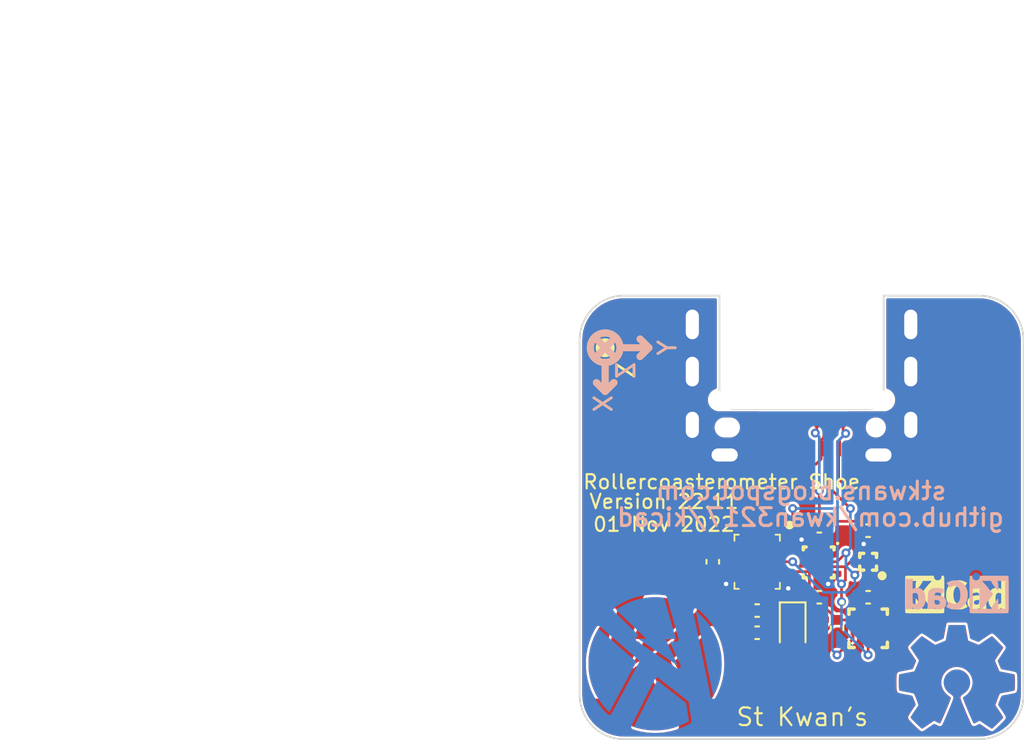
<source format=kicad_pcb>
(kicad_pcb (version 20211014) (generator pcbnew)
  (title_block (date "2022-10-07"))
  (layers (0 "F.Cu" signal) (31 "B.Cu" signal) (34 "B.Paste" user) (35 "F.Paste" user) (36 "B.SilkS" user "B.Silkscreen") (37 "F.SilkS" user "F.Silkscreen") (38 "B.Mask" user) (39 "F.Mask" user) (44 "Edge.Cuts" user))
  (net 0 "")
  (net 1 "unconnected-(J302-PadA4)")
  (net 6 "/USB+ Cable/Q_INT2")
  (net 11 "/USB+ Cable/Q_INT3")
  (net 15 "/Q_GND")
  (net 16 "/Q_1V8")
  (net 17 "/Q_SCL_1V8")
  (net 18 "/Q_SHOE_INT")
  (net 19 "/Q_SDA_1V8")
  (net 21 "/Shoe/ICM Shoe/INT2{slash}FSYNC{slash}CLKIN")
  (net 23 "/Shoe/BMM Mag/INT")
  (net 24 "/Shoe/DRDY_BMM")
  (net 25 "/Shoe/DRDY_BMP")
  (footprint "KwanSystems:BMP384" (layer "F.Cu") (at 178.308 125.73 90)
    (fp_text reference "U1901" hide)
    (fp_text value "BMP384")
  )
  (footprint "Capacitor_SMD:C_0402_1005Metric" (layer "F.Cu") (at 175.514 119.888 180)
    (fp_text reference "C1722" hide)
    (fp_text value "100nF" hide)
  )
  (footprint "KwanSystems:QFN50P300X250X97-14N" (layer "F.Cu") (at 171.958 121.92 -90)
    (fp_text reference "U1601" hide)
    (fp_text value "ICM-42688")
  )
  (footprint "KwanSystems:OSHW-Symbol_6.7x6mm_SolderMask" (layer "F.Cu") (at 183.388 128.524)
    (fp_text reference "G1506" hide)
    (fp_text value "OSHW" hide)
  )
  (footprint "Capacitor_SMD:C_0402_1005Metric" (layer "F.Cu") (at 175.514 123.952)
    (fp_text reference "C1755" hide)
    (fp_text value "100nF" hide)
  )
  (footprint "KwanSystems:AK09918C" (layer "F.Cu") (at 178.308 121.92)
    (fp_text reference "U1801" hide)
    (fp_text value "AK09918")
  )
  (footprint "Capacitor_SMD:C_0402_1005Metric" (layer "F.Cu") (at 169.418 121.92 -90)
    (fp_text reference "C1605" hide)
    (fp_text value "10nF" hide)
  )
  (footprint "KwanSystems:USB_C_Amphenol_MidMount_with_cutout" (layer "F.Cu") (at 174.498 106.68 180)
    (fp_text reference "J302" hide)
    (fp_text value "USB_C_Receptacle")
    (fp_line (start 3.8354 -6.477) (end 0 -6.477) (layer "Edge.Cuts") (width 0.1))
    (fp_line (start 4.699 0) (end 7 0) (layer "Edge.Cuts") (width 0.1))
    (fp_line (start -4.699 -5.6134) (end -4.699 0) (layer "Edge.Cuts") (width 0.1))
    (fp_line (start -4.699 0) (end -7 0) (layer "Edge.Cuts") (width 0.1))
    (fp_line (start 0 -6.477) (end -3.8354 -6.477) (layer "Edge.Cuts") (width 0.1))
    (fp_line (start 4.699 0) (end 4.699 -5.6134) (layer "Edge.Cuts") (width 0.1))
    (fp_arc (start 3.8354 -6.477) (mid 4.446057 -6.224057) (end 4.699 -5.6134) (layer "Edge.Cuts") (width 0.1))
    (fp_arc (start -4.699 -5.6134) (mid -4.446057 -6.224057) (end -3.8354 -6.477) (layer "Edge.Cuts") (width 0.1))
  )
  (footprint "KwanSystems:BMM150" (layer "F.Cu") (at 175.514 121.92)
    (fp_text reference "U1701" hide)
    (fp_text value "BMM150")
  )
  (footprint "Capacitor_SMD:C_0402_1005Metric" (layer "F.Cu") (at 178.308 123.952)
    (fp_text reference "C1910" hide)
    (fp_text value "100nF" hide)
  )
  (footprint "KwanSystems:Axis" (layer "F.Cu") (at 163.258264 109.664264 -90)
    (fp_text reference "G1501" hide)
    (fp_text value "Axis" hide)
  )
  (footprint "KwanSystems:Symbol_KiCAD-Logo_CopperAndSilkScreenTop_small" (layer "F.Cu") (at 183.388 123.698)
    (fp_text reference "G1503" hide)
    (fp_text value "DesignedWithKicad" hide)
  )
  (footprint "Capacitor_SMD:C_0402_1005Metric" (layer "F.Cu") (at 176.53 125.73 -90)
    (fp_text reference "C1901" hide)
    (fp_text value "100nF" hide)
  )
  (footprint "Capacitor_SMD:C_0402_1005Metric" (layer "F.Cu") (at 171.958 124.714)
    (fp_text reference "C1608" hide)
    (fp_text value "100nF" hide)
  )
  (footprint "KwanSystems:StKwansSoldermask" (layer "F.Cu") (at 166.116 127.762)
    (fp_text reference "G1505" hide)
    (fp_text value "KwanSystems" hide)
  )
  (footprint "LED_SMD:LED_0603_1608Metric" (layer "F.Cu") (at 173.99 125.73 -90)
    (fp_text reference "D302" hide)
    (fp_text value "RED" hide)
  )
  (footprint "Capacitor_SMD:C_0402_1005Metric" (layer "F.Cu") (at 178.308 120.142 180)
    (fp_text reference "C1811" hide)
    (fp_text value "100nF" hide)
  )
  (footprint "Capacitor_SMD:C_0402_1005Metric" (layer "F.Cu") (at 171.958 125.984)
    (fp_text reference "C1606" hide)
    (fp_text value "2.2uF" hide)
  )
  (footprint "KwanSystems:Symbol_KiCAD-Logo_CopperAndSilkScreenTop_small" (layer "B.Cu") (at 183.388 123.698 180)
    (fp_text reference "G1507" hide)
    (fp_text value "DesignedWithKicad" hide)
  )
  (footprint "KwanSystems:StKwansSoldermask" (layer "B.Cu") (at 166.116 127.762 180)
    (fp_text reference "G1502" hide)
    (fp_text value "KwanSystems" hide)
  )
  (footprint "KwanSystems:OSHW-Symbol_6.7x6mm_SolderMask" (layer "B.Cu") (at 183.388 128.524 180)
    (fp_text reference "G1504" hide)
    (fp_text value "OSHW" hide)
  )
  (gr_line (start 164.338 106.68) (end 167.498 106.68) (layer "Edge.Cuts") (width 0.1))
  (gr_arc (start 184.658 106.68) (mid 186.454051 107.423949) (end 187.198 109.22) (layer "Edge.Cuts") (width 0.1))
  (gr_line (start 184.658 132.08) (end 164.338 132.08) (layer "Edge.Cuts") (width 0.1))
  (gr_line (start 161.798 129.54) (end 161.798 109.22) (layer "Edge.Cuts") (width 0.1))
  (gr_arc (start 161.798 109.22) (mid 162.541949 107.423949) (end 164.338 106.68) (layer "Edge.Cuts") (width 0.1))
  (gr_line (start 187.198 109.22) (end 187.198 129.54) (layer "Edge.Cuts") (width 0.1))
  (gr_line (start 181.498 106.68) (end 184.658 106.68) (layer "Edge.Cuts") (width 0.1))
  (gr_arc (start 164.338 132.08) (mid 162.541949 131.336051) (end 161.798 129.54) (layer "Edge.Cuts") (width 0.1))
  (gr_arc (start 187.198 129.54) (mid 186.454051 131.336051) (end 184.658 132.08) (layer "Edge.Cuts") (width 0.1))
  (gr_text "Rollercoasterometer Shoe" (at 169.926 117.348) (layer "F.SilkS") (effects (font (size 0.8128 0.8128) (thickness 0.127))))
  (gr_text "Version 22.11\n01 Nov 2022" (at 166.624 119.126) (layer "F.SilkS") (effects (font (size 0.8128 0.8128) (thickness 0.127))))
  (segment (start 173.123 115.973) (end 173.482 116.332) (width 0.1524) (layer "F.Cu") (net 1))
  (segment (start 175.623 114.953) (end 175.768 114.808) (width 0.1524) (layer "F.Cu") (net 1))
  (segment (start 175.623 115.43) (end 175.623 114.953) (width 0.1524) (layer "F.Cu") (net 1))
  (segment (start 173.482 116.332) (end 175.3234 116.332) (width 0.1524) (layer "F.Cu") (net 1))
  (segment (start 173.123 115.43) (end 173.123 114.913) (width 0.1524) (layer "F.Cu") (net 1))
  (segment (start 175.3234 116.332) (end 175.623 116.0324) (width 0.1524) (layer "F.Cu") (net 1))
  (segment (start 175.623 116.0324) (end 175.623 115.43) (width 0.1524) (layer "F.Cu") (net 1))
  (segment (start 173.123 115.43) (end 173.123 115.973) (width 0.1524) (layer "F.Cu") (net 1))
  (segment (start 175.873 113.83) (end 175.768 113.935) (width 0.1524) (layer "F.Cu") (net 1))
  (segment (start 173.373 114.663) (end 173.373 113.83) (width 0.1524) (layer "F.Cu") (net 1))
  (segment (start 175.768 113.935) (end 175.768 114.808) (width 0.1524) (layer "F.Cu") (net 1))
  (segment (start 173.123 114.913) (end 173.373 114.663) (width 0.1524) (layer "F.Cu") (net 1))
  (via (at 176.022 123.19) (size 0.508) (drill 0.254) (layers "F.Cu" "B.Cu") (net 15))
  (via (at 174.498 120.65) (size 0.508) (drill 0.254) (layers "F.Cu" "B.Cu") (net 15))
  (via (at 170.18 123.19) (size 0.508) (drill 0.254) (layers "F.Cu" "B.Cu") (net 15))
  (via (at 173.736 123.444) (size 0.508) (drill 0.254) (layers "F.Cu" "B.Cu") (net 15))
  (via (at 178.054 120.904) (size 0.508) (drill 0.254) (layers "F.Cu" "B.Cu") (net 15))
  (segment (start 175.514 117.856) (end 175.514 119.408) (width 0.1524) (layer "F.Cu") (net 16))
  (segment (start 178.24988 118.81388) (end 178.24988 119.60388) (width 0.1524) (layer "F.Cu") (net 16))
  (segment (start 177.808 124.9725) (end 177.808 123.972) (width 0.1524) (layer "F.Cu") (net 16))
  (segment (start 176.08 121.354) (end 176.08 119.974) (width 0.1524) (layer "F.Cu") (net 16))
  (segment (start 179.324 122.456) (end 179.832 122.964) (width 0.1524) (layer "F.Cu") (net 16))
  (segment (start 177.808 123.972) (end 177.828 123.952) (width 0.1524) (layer "F.Cu") (net 16))
  (segment (start 170.808 121.42) (end 169.438 121.42) (width 0.1524) (layer "F.Cu") (net 16))
  (segment (start 168.87988 122.69248) (end 170.9014 124.714) (width 0.1524) (layer "F.Cu") (net 16))
  (segment (start 172.14552 126.52212) (end 175.25788 126.52212) (width 0.1524) (layer "F.Cu") (net 16))
  (segment (start 173.99 117.856) (end 175.514 117.856) (width 0.1524) (layer "F.Cu") (net 16))
  (segment (start 175.034 123.98) (end 175.768 124.714) (width 0.1524) (layer "F.Cu") (net 16))
  (segment (start 176.27812 119.60388) (end 178.24988 119.60388) (width 0.1524) (layer "F.Cu") (net 16))
  (segment (start 176.623 117.187) (end 178.24988 118.81388) (width 0.1524) (layer "F.Cu") (net 16))
  (segment (start 172.708 119.138) (end 173.99 117.856) (width 0.1524) (layer "F.Cu") (net 16))
  (segment (start 175.994 119.888) (end 176.27812 119.60388) (width 0.1524) (layer "F.Cu") (net 16))
  (segment (start 171.6074 125.984) (end 172.14552 126.52212) (width 0.1524) (layer "F.Cu") (net 16))
  (segment (start 177.808 124.9725) (end 177.808 125.214) (width 0.1524) (layer "F.Cu") (net 16))
  (segment (start 169.438 121.42) (end 169.418 121.44) (width 0.1524) (layer "F.Cu") (net 16))
  (segment (start 177.808 125.214) (end 177.542 125.48) (width 0.1524) (layer "F.Cu") (net 16))
  (segment (start 174.948 122.486) (end 173.174 122.486) (width 0.1524) (layer "F.Cu") (net 16))
  (segment (start 178.788 121.44) (end 178.788 120.142) (width 0.1524) (layer "F.Cu") (net 16))
  (segment (start 178.24988 119.60388) (end 178.788 120.142) (width 0.1524) (layer "F.Cu") (net 16))
  (segment (start 177.2205 125.25) (end 177.4505 125.48) (width 0.1524) (layer "F.Cu") (net 16))
  (segment (start 176.08 119.974) (end 175.994 119.888) (width 0.1524) (layer "F.Cu") (net 16))
  (segment (start 174.948 122.486) (end 174.948 123.866) (width 0.1524) (layer "F.Cu") (net 16))
  (segment (start 175.797 121.637) (end 176.08 121.354) (width 0.1524) (layer "F.Cu") (net 16))
  (segment (start 175.034 123.952) (end 175.034 123.98) (width 0.1524) (layer "F.Cu") (net 16))
  (segment (start 170.9014 124.714) (end 171.478 124.714) (width 0.1524) (layer "F.Cu") (net 16))
  (segment (start 172.708 120.52) (end 172.708 119.138) (width 0.1524) (layer "F.Cu") (net 16))
  (segment (start 179.324 121.976) (end 179.324 122.456) (width 0.1524) (layer "F.Cu") (net 16))
  (segment (start 175.768 124.714) (end 176.022 124.714) (width 0.1524) (layer "F.Cu") (net 16))
  (segment (start 169.418 121.44) (end 168.87988 121.97812) (width 0.1524) (layer "F.Cu") (net 16))
  (segment (start 176.53 125.25) (end 176.53 125.222) (width 0.1524) (layer "F.Cu") (net 16))
  (segment (start 178.788 121.44) (end 179.324 121.976) (width 0.1524) (layer "F.Cu") (net 16))
  (segment (start 179.324 122.456) (end 177.828 123.952) (width 0.1524) (layer "F.Cu") (net 16))
  (segment (start 179.832 122.964) (end 179.832 125.984) (width 0.1524) (layer "F.Cu") (net 16))
  (segment (start 171.478 125.984) (end 171.478 124.714) (width 0.1524) (layer "F.Cu") (net 16))
  (segment (start 168.87988 121.97812) (end 168.87988 122.69248) (width 0.1524) (layer "F.Cu") (net 16))
  (segment (start 176.53 125.25) (end 177.2205 125.25) (width 0.1524) (layer "F.Cu") (net 16))
  (segment (start 175.25788 126.52212) (end 176.53 125.25) (width 0.1524) (layer "F.Cu") (net 16))
  (segment (start 179.828 125.98) (end 179.1655 125.98) (width 0.1524) (layer "F.Cu") (net 16))
  (segment (start 175.373 114.45891) (end 175.2859 114.54601) (width 0.1524) (layer "F.Cu") (net 16))
  (segment (start 174.948 123.866) (end 175.034 123.952) (width 0.1524) (layer "F.Cu") (net 16))
  (segment (start 171.478 125.984) (end 171.6074 125.984) (width 0.1524) (layer "F.Cu") (net 16))
  (segment (start 176.53 125.222) (end 176.022 124.714) (width 0.1524) (layer "F.Cu") (net 16))
  (segment (start 175.373 113.83) (end 175.373 114.45891) (width 0.1524) (layer "F.Cu") (net 16))
  (segment (start 178.508 121.72) (end 178.788 121.44) (width 0.1524) (layer "F.Cu") (net 16))
  (segment (start 179.832 125.984) (end 179.828 125.98) (width 0.1524) (layer "F.Cu") (net 16))
  (segment (start 171.208 123.32) (end 171.208 124.444) (width 0.1524) (layer "F.Cu") (net 16))
  (segment (start 176.623 115.43) (end 176.623 117.187) (width 0.1524) (layer "F.Cu") (net 16))
  (segment (start 171.208 124.444) (end 171.478 124.714) (width 0.1524) (layer "F.Cu") (net 16))
  (segment (start 175.514 119.408) (end 175.994 119.888) (width 0.1524) (layer "F.Cu") (net 16))
  (segment (start 173.174 122.486) (end 173.108 122.42) (width 0.1524) (layer "F.Cu") (net 16))
  (segment (start 177.542 125.48) (end 177.4505 125.48) (width 0.1524) (layer "F.Cu") (net 16))
  (via (at 175.2859 114.54601) (size 0.508) (drill 0.254) (layers "F.Cu" "B.Cu") (net 16))
  (via (at 175.514 117.856) (size 0.508) (drill 0.254) (layers "F.Cu" "B.Cu") (net 16))
  (segment (start 175.514 117.856) (end 175.514 114.77411) (width 0.1524) (layer "B.Cu") (net 16))
  (segment (start 175.514 114.77411) (end 175.2859 114.54601) (width 0.1524) (layer "B.Cu") (net 16))
  (segment (start 176.08 121.92) (end 176.53 121.92) (width 0.1524) (layer "F.Cu") (net 17))
  (segment (start 177.444889 126.339111) (end 177.444889 125.985611) (width 0.1524) (layer "F.Cu") (net 17))
  (segment (start 176.53 121.92) (end 177.038 121.412) (width 0.1524) (layer "F.Cu") (net 17))
  (segment (start 177.546 122.682) (end 178.108 122.12) (width 0.1524) (layer "F.Cu") (net 17))
  (segment (start 176.123 115.43) (end 176.123 117.703) (width 0.1524) (layer "F.Cu") (net 17))
  (segment (start 177.444889 125.985611) (end 177.4505 125.98) (width 0.1524) (layer "F.Cu") (net 17))
  (segment (start 176.123 117.703) (end 177.292 118.872) (width 0.1524) (layer "F.Cu") (net 17))
  (segment (start 173.108 121.92) (end 173.99 121.92) (width 0.1524) (layer "F.Cu") (net 17))
  (segment (start 176.53 127.254) (end 177.444889 126.339111) (width 0.1524) (layer "F.Cu") (net 17))
  (via (at 177.038 121.412) (size 0.508) (drill 0.254) (layers "F.Cu" "B.Cu") (net 17))
  (via (at 176.53 127.254) (size 0.508) (drill 0.254) (layers "F.Cu" "B.Cu") (net 17))
  (via (at 177.546 122.682) (size 0.508) (drill 0.254) (layers "F.Cu" "B.Cu") (net 17))
  (via (at 177.292 118.872) (size 0.508) (drill 0.254) (layers "F.Cu" "B.Cu") (net 17))
  (via (at 173.99 121.92) (size 0.508) (drill 0.254) (layers "F.Cu" "B.Cu") (net 17))
  (segment (start 175.742111 123.672111) (end 176.250111 123.672111) (width 0.1524) (layer "B.Cu") (net 17))
  (segment (start 176.250111 123.672111) (end 177.063889 123.672111) (width 0.1524) (layer "B.Cu") (net 17))
  (segment (start 177.038 122.174) (end 177.546 122.682) (width 0.1524) (layer "B.Cu") (net 17))
  (segment (start 177.292 121.158) (end 177.038 121.412) (width 0.1524) (layer "B.Cu") (net 17))
  (segment (start 177.546 123.19) (end 177.546 122.682) (width 0.1524) (layer "B.Cu") (net 17))
  (segment (start 177.292 118.872) (end 177.292 121.158) (width 0.1524) (layer "B.Cu") (net 17))
  (segment (start 177.038 121.412) (end 177.038 122.174) (width 0.1524) (layer "B.Cu") (net 17))
  (segment (start 176.250111 126.974111) (end 176.53 127.254) (width 0.1524) (layer "B.Cu") (net 17))
  (segment (start 176.250111 123.672111) (end 176.250111 126.974111) (width 0.1524) (layer "B.Cu") (net 17))
  (segment (start 173.99 121.92) (end 175.742111 123.672111) (width 0.1524) (layer "B.Cu") (net 17))
  (segment (start 177.063889 123.672111) (end 177.546 123.19) (width 0.1524) (layer "B.Cu") (net 17))
  (segment (start 171.208 119.114) (end 172.623 117.699) (width 0.1524) (layer "F.Cu") (net 18))
  (segment (start 172.623 117.699) (end 172.623 115.43) (width 0.1524) (layer "F.Cu") (net 18))
  (segment (start 171.208 120.52) (end 171.208 119.114) (width 0.1524) (layer "F.Cu") (net 18))
  (segment (start 177.038 114.554) (end 177.038 114.558807) (width 0.1524) (layer "F.Cu") (net 19))
  (segment (start 176.784 123.19) (end 176.784 124.206) (width 0.1524) (layer "F.Cu") (net 19))
  (segment (start 173.108 121.42) (end 173.982 121.42) (width 0.1524) (layer "F.Cu") (net 19))
  (segment (start 176.873 113.83) (end 176.873 114.389) (width 0.1524) (layer "F.Cu") (net 19))
  (segment (start 177.009 122.203) (end 177.492 121.72) (width 0.1524) (layer "F.Cu") (net 19))
  (segment (start 173.982 121.42) (end 173.99 121.412) (width 0.1524) (layer "F.Cu") (net 19))
  (segment (start 177.492 121.72) (end 178.108 121.72) (width 0.1524) (layer "F.Cu") (net 19))
  (segment (start 176.784 123.19) (end 177.009 122.965) (width 0.1524) (layer "F.Cu") (net 19))
  (segment (start 173.99 121.412) (end 173.99 118.872) (width 0.1524) (layer "F.Cu") (net 19))
  (segment (start 177.038 114.558807) (end 177.022707 114.5741) (width 0.1524) (layer "F.Cu") (net 19))
  (segment (start 175.797 122.203) (end 177.009 122.203) (width 0.1524) (layer "F.Cu") (net 19))
  (segment (start 178.308 127.254) (end 178.308 126.4875) (width 0.1524) (layer "F.Cu") (net 19))
  (segment (start 176.873 114.389) (end 177.038 114.554) (width 0.1524) (layer "F.Cu") (net 19))
  (segment (start 177.009 122.965) (end 177.009 122.203) (width 0.1524) (layer "F.Cu") (net 19))
  (via (at 178.308 127.254) (size 0.508) (drill 0.254) (layers "F.Cu" "B.Cu") (net 19))
  (via (at 176.784 124.206) (size 0.508) (drill 0.254) (layers "F.Cu" "B.Cu") (net 19))
  (via (at 176.784 123.19) (size 0.508) (drill 0.254) (layers "F.Cu" "B.Cu") (net 19))
  (via (at 173.99 118.872) (size 0.508) (drill 0.254) (layers "F.Cu" "B.Cu") (net 19))
  (via (at 177.022707 114.5741) (size 0.508) (drill 0.254) (layers "F.Cu" "B.Cu") (net 19))
  (segment (start 173.99 118.872) (end 176.53 118.872) (width 0.1524) (layer "B.Cu") (net 19))
  (segment (start 176.555889 122.961889) (end 176.784 123.19) (width 0.1524) (layer "B.Cu") (net 19))
  (segment (start 176.53 118.872) (end 176.555889 118.846111) (width 0.1524) (layer "B.Cu") (net 19))
  (segment (start 176.784 125.73) (end 178.308 127.254) (width 0.1524) (layer "B.Cu") (net 19))
  (segment (start 176.555889 115.040918) (end 176.555889 118.846111) (width 0.1524) (layer "B.Cu") (net 19))
  (segment (start 176.555889 120.624111) (end 176.555889 122.961889) (width 0.1524) (layer "B.Cu") (net 19))
  (segment (start 177.022707 114.5741) (end 176.555889 115.040918) (width 0.1524) (layer "B.Cu") (net 19))
  (segment (start 176.784 124.206) (end 176.784 125.73) (width 0.1524) (layer "B.Cu") (net 19))
  (segment (start 176.555889 118.846111) (end 176.555889 120.624111) (width 0.1524) (layer "B.Cu") (net 19))
  (zone (net 15) (net_name "/Q_GND") (layers F&B.Cu) (connect_pads yes (clearance 0.1524)) (min_thickness 0.1524) (fill yes (thermal_gap 0.508) (thermal_bridge_width 0.508))
    (polygon (pts (xy 187.198 132.08) (xy 161.798 132.08) (xy 161.798 106.68) (xy 187.198 106.68)))
  )
)
</source>
